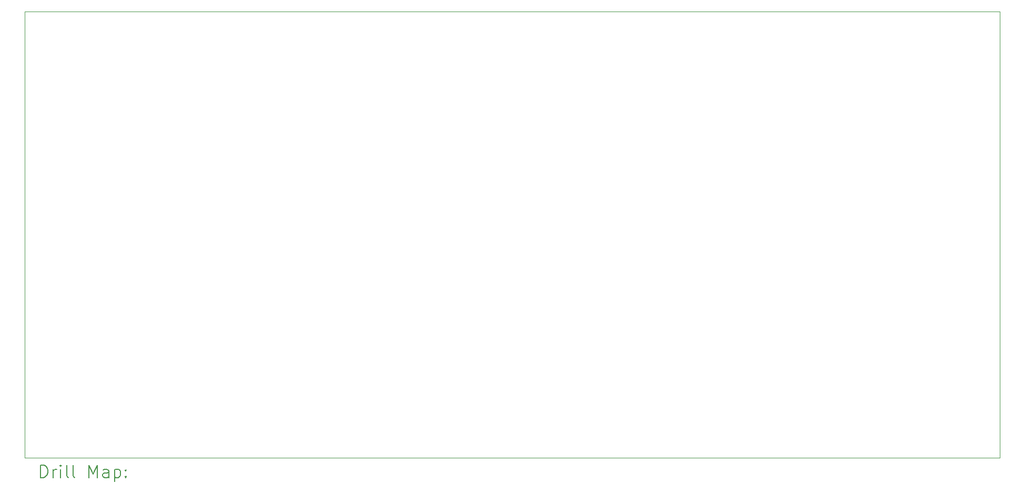
<source format=gbr>
%TF.GenerationSoftware,KiCad,Pcbnew,8.0.5-8.0.5-0~ubuntu24.04.1*%
%TF.CreationDate,2024-10-15T10:41:17+02:00*%
%TF.ProjectId,diplexer,6469706c-6578-4657-922e-6b696361645f,rev?*%
%TF.SameCoordinates,Original*%
%TF.FileFunction,Drillmap*%
%TF.FilePolarity,Positive*%
%FSLAX45Y45*%
G04 Gerber Fmt 4.5, Leading zero omitted, Abs format (unit mm)*
G04 Created by KiCad (PCBNEW 8.0.5-8.0.5-0~ubuntu24.04.1) date 2024-10-15 10:41:17*
%MOMM*%
%LPD*%
G01*
G04 APERTURE LIST*
%ADD10C,0.050000*%
%ADD11C,0.200000*%
G04 APERTURE END LIST*
D10*
X3200000Y-2900000D02*
X18900000Y-2900000D01*
X18900000Y-10100000D01*
X3200000Y-10100000D01*
X3200000Y-2900000D01*
D11*
X3458277Y-10413984D02*
X3458277Y-10213984D01*
X3458277Y-10213984D02*
X3505896Y-10213984D01*
X3505896Y-10213984D02*
X3534467Y-10223508D01*
X3534467Y-10223508D02*
X3553515Y-10242555D01*
X3553515Y-10242555D02*
X3563039Y-10261603D01*
X3563039Y-10261603D02*
X3572562Y-10299698D01*
X3572562Y-10299698D02*
X3572562Y-10328270D01*
X3572562Y-10328270D02*
X3563039Y-10366365D01*
X3563039Y-10366365D02*
X3553515Y-10385412D01*
X3553515Y-10385412D02*
X3534467Y-10404460D01*
X3534467Y-10404460D02*
X3505896Y-10413984D01*
X3505896Y-10413984D02*
X3458277Y-10413984D01*
X3658277Y-10413984D02*
X3658277Y-10280650D01*
X3658277Y-10318746D02*
X3667801Y-10299698D01*
X3667801Y-10299698D02*
X3677324Y-10290174D01*
X3677324Y-10290174D02*
X3696372Y-10280650D01*
X3696372Y-10280650D02*
X3715420Y-10280650D01*
X3782086Y-10413984D02*
X3782086Y-10280650D01*
X3782086Y-10213984D02*
X3772562Y-10223508D01*
X3772562Y-10223508D02*
X3782086Y-10233031D01*
X3782086Y-10233031D02*
X3791610Y-10223508D01*
X3791610Y-10223508D02*
X3782086Y-10213984D01*
X3782086Y-10213984D02*
X3782086Y-10233031D01*
X3905896Y-10413984D02*
X3886848Y-10404460D01*
X3886848Y-10404460D02*
X3877324Y-10385412D01*
X3877324Y-10385412D02*
X3877324Y-10213984D01*
X4010658Y-10413984D02*
X3991610Y-10404460D01*
X3991610Y-10404460D02*
X3982086Y-10385412D01*
X3982086Y-10385412D02*
X3982086Y-10213984D01*
X4239229Y-10413984D02*
X4239229Y-10213984D01*
X4239229Y-10213984D02*
X4305896Y-10356841D01*
X4305896Y-10356841D02*
X4372563Y-10213984D01*
X4372563Y-10213984D02*
X4372563Y-10413984D01*
X4553515Y-10413984D02*
X4553515Y-10309222D01*
X4553515Y-10309222D02*
X4543991Y-10290174D01*
X4543991Y-10290174D02*
X4524944Y-10280650D01*
X4524944Y-10280650D02*
X4486848Y-10280650D01*
X4486848Y-10280650D02*
X4467801Y-10290174D01*
X4553515Y-10404460D02*
X4534467Y-10413984D01*
X4534467Y-10413984D02*
X4486848Y-10413984D01*
X4486848Y-10413984D02*
X4467801Y-10404460D01*
X4467801Y-10404460D02*
X4458277Y-10385412D01*
X4458277Y-10385412D02*
X4458277Y-10366365D01*
X4458277Y-10366365D02*
X4467801Y-10347317D01*
X4467801Y-10347317D02*
X4486848Y-10337793D01*
X4486848Y-10337793D02*
X4534467Y-10337793D01*
X4534467Y-10337793D02*
X4553515Y-10328270D01*
X4648753Y-10280650D02*
X4648753Y-10480650D01*
X4648753Y-10290174D02*
X4667801Y-10280650D01*
X4667801Y-10280650D02*
X4705896Y-10280650D01*
X4705896Y-10280650D02*
X4724944Y-10290174D01*
X4724944Y-10290174D02*
X4734467Y-10299698D01*
X4734467Y-10299698D02*
X4743991Y-10318746D01*
X4743991Y-10318746D02*
X4743991Y-10375889D01*
X4743991Y-10375889D02*
X4734467Y-10394936D01*
X4734467Y-10394936D02*
X4724944Y-10404460D01*
X4724944Y-10404460D02*
X4705896Y-10413984D01*
X4705896Y-10413984D02*
X4667801Y-10413984D01*
X4667801Y-10413984D02*
X4648753Y-10404460D01*
X4829705Y-10394936D02*
X4839229Y-10404460D01*
X4839229Y-10404460D02*
X4829705Y-10413984D01*
X4829705Y-10413984D02*
X4820182Y-10404460D01*
X4820182Y-10404460D02*
X4829705Y-10394936D01*
X4829705Y-10394936D02*
X4829705Y-10413984D01*
X4829705Y-10290174D02*
X4839229Y-10299698D01*
X4839229Y-10299698D02*
X4829705Y-10309222D01*
X4829705Y-10309222D02*
X4820182Y-10299698D01*
X4820182Y-10299698D02*
X4829705Y-10290174D01*
X4829705Y-10290174D02*
X4829705Y-10309222D01*
M02*

</source>
